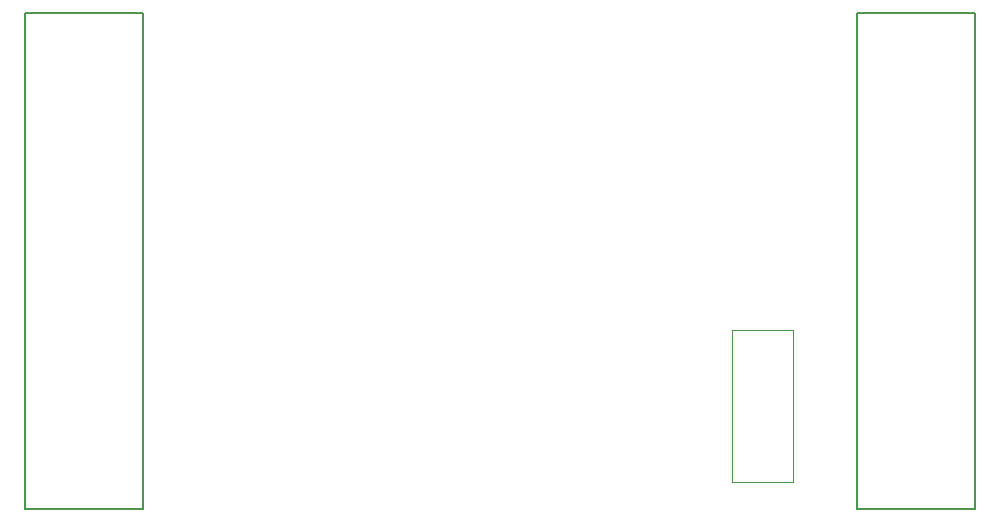
<source format=gbr>
G04 EasyPC Gerber Version 20.0.2 Build 4112 *
G04 #@! TF.Part,Single*
%FSLAX35Y35*%
%MOIN*%
%ADD127C,0.00197*%
%ADD11C,0.00500*%
X0Y0D02*
D02*
D11*
X39935Y218459D02*
X565D01*
Y53104*
X39935*
Y218459*
X317435D02*
X278065D01*
Y53104*
X317435*
Y218459*
D02*
D127*
X236250Y112691D02*
X256750D01*
Y61904*
X236250*
Y112691*
X0Y0D02*
M02*

</source>
